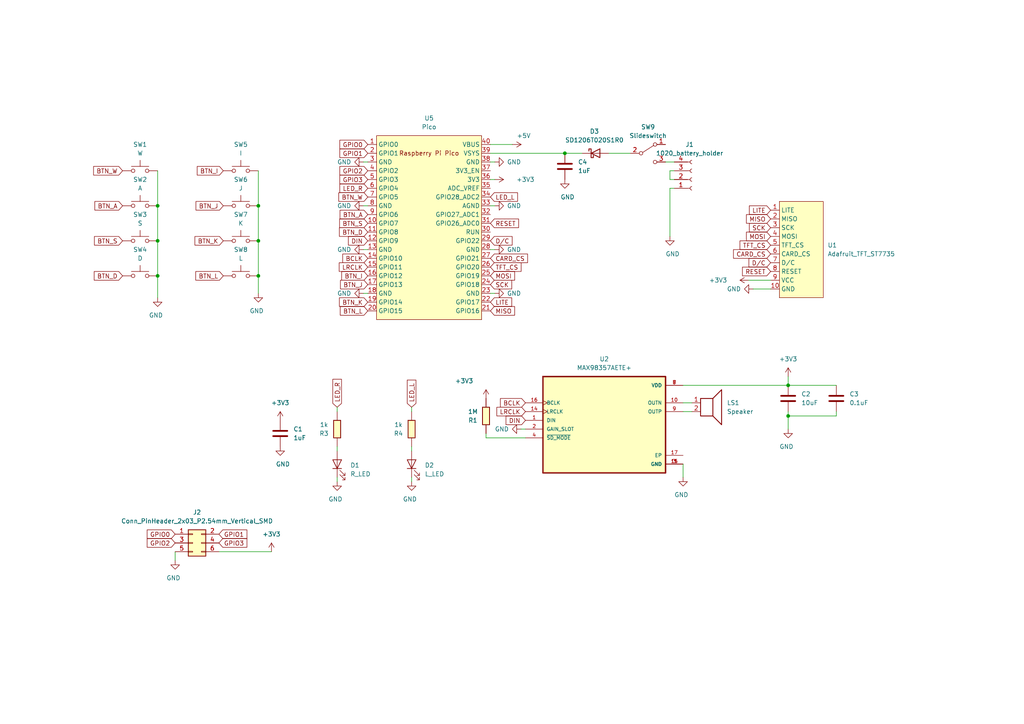
<source format=kicad_sch>
(kicad_sch (version 20211123) (generator eeschema)
  (paper "A4")
  (lib_symbols
    (symbol "Connector:Conn_01x04_Female" (pin_names (offset 1.016) hide)
      (property "Reference" "J" (at 0 5.08 0))
      (property "Value" "Conn_01x04_Female" (at 0 -7.62 0))
      (symbol "Conn_01x04_Female_1_1"
        (arc (start 0 -4.572) (mid -0.508 -5.08) (end 0 -5.588) (stroke (width 0.1524)))
        (arc (start 0 -2.032) (mid -0.508 -2.54) (end 0 -3.048) (stroke (width 0.1524)))
        (polyline (pts (xy -1.27 -5.08) (xy -0.508 -5.08)) (stroke (width 0.1524)))
        (polyline (pts (xy -1.27 -2.54) (xy -0.508 -2.54)) (stroke (width 0.1524)))
        (polyline (pts (xy -1.27 0) (xy -0.508 0)) (stroke (width 0.1524)))
        (polyline (pts (xy -1.27 2.54) (xy -0.508 2.54)) (stroke (width 0.1524)))
        (arc (start 0 0.508) (mid -0.508 0) (end 0 -0.508) (stroke (width 0.1524)))
        (arc (start 0 3.048) (mid -0.508 2.54) (end 0 2.032) (stroke (width 0.1524)))
        (pin passive line (at -5.08 2.54 0) (length 3.81) (name "Pin_1") (number "1"))
        (pin passive line (at -5.08 0 0) (length 3.81) (name "Pin_2") (number "2"))
        (pin passive line (at -5.08 -2.54 0) (length 3.81) (name "Pin_3") (number "3"))
        (pin passive line (at -5.08 -5.08 0) (length 3.81) (name "Pin_4") (number "4"))
      )
    )
    (symbol "Device:D_Schottky" (pin_numbers hide) (pin_names (offset 1.016) hide)
      (property "Reference" "D" (at 0 2.54 0))
      (property "Value" "D_Schottky" (at 0 -2.54 0))
      (symbol "D_Schottky_0_1"
        (polyline (pts (xy 1.27 0) (xy -1.27 0)))
        (polyline (pts (xy 1.27 1.27) (xy 1.27 -1.27) (xy -1.27 0) (xy 1.27 1.27)) (stroke (width 0.254)))
        (polyline (pts (xy -1.905 0.635) (xy -1.905 1.27) (xy -1.27 1.27) (xy -1.27 -1.27) (xy -0.635 -1.27) (xy -0.635 -0.635)) (stroke (width 0.254)))
      )
      (symbol "D_Schottky_1_1"
        (pin passive line (at -3.81 0 0) (length 2.54) (name "K") (number "1"))
        (pin passive line (at 3.81 0 180) (length 2.54) (name "A") (number "2"))
      )
    )
    (symbol "Device:Speaker" (pin_names (offset 0) hide)
      (property "Reference" "LS" (at 1.27 5.715 0))
      (property "Value" "Speaker" (at 1.27 3.81 0))
      (symbol "Speaker_0_0"
        (rectangle (start -2.54 1.27) (end 1.016 -3.81) (stroke (width 0.254)))
        (polyline (pts (xy 1.016 1.27) (xy 3.556 3.81) (xy 3.556 -6.35) (xy 1.016 -3.81)) (stroke (width 0.254)))
      )
      (symbol "Speaker_1_1"
        (pin input line (at -5.08 0 0) (length 2.54) (name "1") (number "1"))
        (pin input line (at -5.08 -2.54 0) (length 2.54) (name "2") (number "2"))
      )
    )
    (symbol "MAX98357AETE_:MAX98357AETE+" (pin_names (offset 1.016))
      (property "Reference" "U" (at -17.8054 13.7414 0))
      (property "Value" "MAX98357AETE+" (at -17.8054 -19.2786 0))
      (symbol "MAX98357AETE+_0_0"
        (rectangle (start -17.78 -15.24) (end 17.78 12.7) (stroke (width 0.4064)) (fill (type background)))
        (pin input line (at -22.86 0 0) (length 5.08) (name "DIN") (number "1"))
        (pin output line (at 22.86 5.08 180) (length 5.08) (name "OUTN") (number "10"))
        (pin power_in line (at 22.86 -12.7 180) (length 5.08) (name "GND") (number "11"))
        (pin input clock (at -22.86 2.54 0) (length 5.08) (name "LRCLK") (number "14"))
        (pin power_in line (at 22.86 -12.7 180) (length 5.08) (name "GND") (number "15"))
        (pin input clock (at -22.86 5.08 0) (length 5.08) (name "BCLK") (number "16"))
        (pin power_in line (at 22.86 -10.16 180) (length 5.08) (name "EP") (number "17"))
        (pin input line (at -22.86 -2.54 0) (length 5.08) (name "GAIN_SLOT") (number "2"))
        (pin power_in line (at 22.86 -12.7 180) (length 5.08) (name "GND") (number "3"))
        (pin input line (at -22.86 -5.08 0) (length 5.08) (name "~{SD_MODE}") (number "4"))
        (pin power_in line (at 22.86 10.16 180) (length 5.08) (name "VDD") (number "7"))
        (pin power_in line (at 22.86 10.16 180) (length 5.08) (name "VDD") (number "8"))
        (pin output line (at 22.86 2.54 180) (length 5.08) (name "OUTP") (number "9"))
      )
    )
    (symbol "MCU_RaspberryPi_and_Boards:Pico"
      (property "Reference" "U5" (at 0 31.75 0))
      (property "Value" "Pico" (at 0 29.21 0))
      (symbol "Pico_0_0"
        (text "Raspberry Pi Pico" (at 0 21.59 0) (effects (font (size 1.27 1.27))))
      )
      (symbol "Pico_0_1"
        (rectangle (start -15.24 26.67) (end 15.24 -26.67) (fill (type background)))
      )
      (symbol "Pico_1_1"
        (pin bidirectional line (at -17.78 24.13 0) (length 2.54) (name "GPIO0") (number "1"))
        (pin bidirectional line (at -17.78 1.27 0) (length 2.54) (name "GPIO7") (number "10"))
        (pin bidirectional line (at -17.78 -1.27 0) (length 2.54) (name "GPIO8") (number "11"))
        (pin bidirectional line (at -17.78 -3.81 0) (length 2.54) (name "GPIO9") (number "12"))
        (pin power_in line (at -17.78 -6.35 0) (length 2.54) (name "GND") (number "13"))
        (pin bidirectional line (at -17.78 -8.89 0) (length 2.54) (name "GPIO10") (number "14"))
        (pin bidirectional line (at -17.78 -11.43 0) (length 2.54) (name "GPIO11") (number "15"))
        (pin bidirectional line (at -17.78 -13.97 0) (length 2.54) (name "GPIO12") (number "16"))
        (pin bidirectional line (at -17.78 -16.51 0) (length 2.54) (name "GPIO13") (number "17"))
        (pin power_in line (at -17.78 -19.05 0) (length 2.54) (name "GND") (number "18"))
        (pin bidirectional line (at -17.78 -21.59 0) (length 2.54) (name "GPIO14") (number "19"))
        (pin bidirectional line (at -17.78 21.59 0) (length 2.54) (name "GPIO1") (number "2"))
        (pin bidirectional line (at -17.78 -24.13 0) (length 2.54) (name "GPIO15") (number "20"))
        (pin bidirectional line (at 17.78 -24.13 180) (length 2.54) (name "GPIO16") (number "21"))
        (pin bidirectional line (at 17.78 -21.59 180) (length 2.54) (name "GPIO17") (number "22"))
        (pin power_in line (at 17.78 -19.05 180) (length 2.54) (name "GND") (number "23"))
        (pin bidirectional line (at 17.78 -16.51 180) (length 2.54) (name "GPIO18") (number "24"))
        (pin bidirectional line (at 17.78 -13.97 180) (length 2.54) (name "GPIO19") (number "25"))
        (pin bidirectional line (at 17.78 -11.43 180) (length 2.54) (name "GPIO20") (number "26"))
        (pin bidirectional line (at 17.78 -8.89 180) (length 2.54) (name "GPIO21") (number "27"))
        (pin power_in line (at 17.78 -6.35 180) (length 2.54) (name "GND") (number "28"))
        (pin bidirectional line (at 17.78 -3.81 180) (length 2.54) (name "GPIO22") (number "29"))
        (pin power_in line (at -17.78 19.05 0) (length 2.54) (name "GND") (number "3"))
        (pin input line (at 17.78 -1.27 180) (length 2.54) (name "RUN") (number "30"))
        (pin bidirectional line (at 17.78 1.27 180) (length 2.54) (name "GPIO26_ADC0") (number "31"))
        (pin bidirectional line (at 17.78 3.81 180) (length 2.54) (name "GPIO27_ADC1") (number "32"))
        (pin power_in line (at 17.78 6.35 180) (length 2.54) (name "AGND") (number "33"))
        (pin bidirectional line (at 17.78 8.89 180) (length 2.54) (name "GPIO28_ADC2") (number "34"))
        (pin power_in line (at 17.78 11.43 180) (length 2.54) (name "ADC_VREF") (number "35"))
        (pin power_in line (at 17.78 13.97 180) (length 2.54) (name "3V3") (number "36"))
        (pin input line (at 17.78 16.51 180) (length 2.54) (name "3V3_EN") (number "37"))
        (pin bidirectional line (at 17.78 19.05 180) (length 2.54) (name "GND") (number "38"))
        (pin power_in line (at 17.78 21.59 180) (length 2.54) (name "VSYS") (number "39"))
        (pin bidirectional line (at -17.78 16.51 0) (length 2.54) (name "GPIO2") (number "4"))
        (pin power_in line (at 17.78 24.13 180) (length 2.54) (name "VBUS") (number "40"))
        (pin bidirectional line (at -17.78 13.97 0) (length 2.54) (name "GPIO3") (number "5"))
        (pin bidirectional line (at -17.78 11.43 0) (length 2.54) (name "GPIO4") (number "6"))
        (pin bidirectional line (at -17.78 8.89 0) (length 2.54) (name "GPIO5") (number "7"))
        (pin power_in line (at -17.78 6.35 0) (length 2.54) (name "GND") (number "8"))
        (pin bidirectional line (at -17.78 3.81 0) (length 2.54) (name "GPIO6") (number "9"))
      )
    )
    (symbol "fab:BUTTON_B3SN" (pin_numbers hide) (pin_names (offset 1.016) hide)
      (property "Reference" "SW" (at 1.27 2.54 0))
      (property "Value" "BUTTON_B3SN" (at 0 -1.524 0))
      (symbol "BUTTON_B3SN_0_1"
        (circle (center -2.032 0) (radius 0.508))
        (polyline (pts (xy 0 1.27) (xy 0 3.048)))
        (polyline (pts (xy 2.54 1.27) (xy -2.54 1.27)))
        (circle (center 2.032 0) (radius 0.508))
        (pin passive line (at -5.08 0 0) (length 2.54) (name "1") (number "1"))
        (pin passive line (at 5.08 0 180) (length 2.54) (name "2") (number "2"))
      )
    )
    (symbol "fab:C" (pin_numbers hide) (pin_names (offset 0.254))
      (property "Reference" "C" (at 0.635 2.54 0))
      (property "Value" "C" (at 0.635 -2.54 0))
      (symbol "C_0_1"
        (polyline (pts (xy -2.032 -0.762) (xy 2.032 -0.762)) (stroke (width 0.508)))
        (polyline (pts (xy -2.032 0.762) (xy 2.032 0.762)) (stroke (width 0.508)))
      )
      (symbol "C_1_1"
        (pin passive line (at 0 3.81 270) (length 2.794) (name "~") (number "1"))
        (pin passive line (at 0 -3.81 90) (length 2.794) (name "~") (number "2"))
      )
    )
    (symbol "fab:Conn_PinHeader_2x03_P2.54mm_Vertical_SMD" (pin_names (offset 1.016) hide)
      (property "Reference" "J" (at 1.27 5.08 0))
      (property "Value" "Conn_PinHeader_2x03_P2.54mm_Vertical_SMD" (at 1.27 -5.08 0))
      (symbol "Conn_PinHeader_2x03_P2.54mm_Vertical_SMD_1_1"
        (rectangle (start -1.27 -2.413) (end 0 -2.667) (stroke (width 0.1524)))
        (rectangle (start -1.27 0.127) (end 0 -0.127) (stroke (width 0.1524)))
        (rectangle (start -1.27 2.667) (end 0 2.413) (stroke (width 0.1524)))
        (rectangle (start -1.27 3.81) (end 3.81 -3.81) (stroke (width 0.254)) (fill (type background)))
        (rectangle (start 3.81 -2.413) (end 2.54 -2.667) (stroke (width 0.1524)))
        (rectangle (start 3.81 0.127) (end 2.54 -0.127) (stroke (width 0.1524)))
        (rectangle (start 3.81 2.667) (end 2.54 2.413) (stroke (width 0.1524)))
        (pin passive line (at -5.08 2.54 0) (length 3.81) (name "Pin_1") (number "1"))
        (pin passive line (at 7.62 2.54 180) (length 3.81) (name "Pin_2") (number "2"))
        (pin passive line (at -5.08 0 0) (length 3.81) (name "Pin_3") (number "3"))
        (pin passive line (at 7.62 0 180) (length 3.81) (name "Pin_4") (number "4"))
        (pin passive line (at -5.08 -2.54 0) (length 3.81) (name "Pin_5") (number "5"))
        (pin passive line (at 7.62 -2.54 180) (length 3.81) (name "Pin_6") (number "6"))
      )
    )
    (symbol "fab:LED_1206" (pin_numbers hide) (pin_names (offset 1.016) hide)
      (property "Reference" "D" (at 0 2.54 0))
      (property "Value" "LED_1206" (at 0 -2.54 0))
      (symbol "LED_1206_0_1"
        (polyline (pts (xy -1.27 -1.27) (xy -1.27 1.27)) (stroke (width 0.2032)))
        (polyline (pts (xy -1.27 0) (xy 1.27 0)))
        (polyline (pts (xy 1.27 -1.27) (xy 1.27 1.27) (xy -1.27 0) (xy 1.27 -1.27)) (stroke (width 0.2032)))
        (polyline (pts (xy -3.048 -0.762) (xy -4.572 -2.286) (xy -3.81 -2.286) (xy -4.572 -2.286) (xy -4.572 -1.524)))
        (polyline (pts (xy -1.778 -0.762) (xy -3.302 -2.286) (xy -2.54 -2.286) (xy -3.302 -2.286) (xy -3.302 -1.524)))
      )
      (symbol "LED_1206_1_1"
        (pin passive line (at -3.81 0 0) (length 2.54) (name "K") (number "1"))
        (pin passive line (at 3.81 0 180) (length 2.54) (name "A") (number "2"))
      )
    )
    (symbol "fab:Power_+3V3" (power) (pin_names (offset 0))
      (property "Value" "Power_+3V3" (at 0 3.556 0))
      (symbol "Power_+3V3_0_1"
        (polyline (pts (xy -0.762 1.27) (xy 0 2.54)))
        (polyline (pts (xy 0 0) (xy 0 2.54)))
        (polyline (pts (xy 0 2.54) (xy 0.762 1.27)))
      )
      (symbol "Power_+3V3_1_1"
        (pin power_in line (at 0 0 90) (length 0) hide (name "+3V3") (number "1"))
      )
    )
    (symbol "fab:Power_+5V" (power) (pin_names (offset 0))
      (property "Value" "Power_+5V" (at 0 3.556 0))
      (symbol "Power_+5V_0_1"
        (polyline (pts (xy -0.762 1.27) (xy 0 2.54)))
        (polyline (pts (xy 0 0) (xy 0 2.54)))
        (polyline (pts (xy 0 2.54) (xy 0.762 1.27)))
      )
      (symbol "Power_+5V_1_1"
        (pin power_in line (at 0 0 90) (length 0) hide (name "+5V") (number "1"))
      )
    )
    (symbol "fab:Power_GND" (power) (pin_names (offset 0))
      (property "Value" "Power_GND" (at 0 -3.81 0))
      (symbol "Power_GND_0_1"
        (polyline (pts (xy 0 0) (xy 0 -1.27) (xy 1.27 -1.27) (xy 0 -2.54) (xy -1.27 -1.27) (xy 0 -1.27)))
      )
      (symbol "Power_GND_1_1"
        (pin power_in line (at 0 0 270) (length 0) hide (name "GND") (number "1"))
      )
    )
    (symbol "fab:R_1206" (pin_numbers hide) (pin_names (offset 0))
      (property "Reference" "R" (at 2.54 0 90))
      (property "Value" "R_1206" (at -2.54 0 90))
      (symbol "R_1206_0_1"
        (rectangle (start -1.016 -2.54) (end 1.016 2.54) (stroke (width 0.254)) (fill (type background)))
      )
      (symbol "R_1206_1_1"
        (pin passive line (at 0 5.08 270) (length 2.54) (name "~") (number "1"))
        (pin passive line (at 0 -5.08 90) (length 2.54) (name "~") (number "2"))
      )
    )
    (symbol "fab:SWITCH_AYZ0102AGRLC" (pin_names (offset 0) hide)
      (property "Reference" "SW" (at 0 4.318 0))
      (property "Value" "SWITCH_AYZ0102AGRLC" (at 0 -5.08 0))
      (symbol "SWITCH_AYZ0102AGRLC_0_0"
        (circle (center -2.032 0) (radius 0.508))
        (circle (center 2.032 -2.54) (radius 0.508))
      )
      (symbol "SWITCH_AYZ0102AGRLC_0_1"
        (polyline (pts (xy -1.524 0.254) (xy 1.651 2.286)))
        (circle (center 2.032 2.54) (radius 0.508))
      )
      (symbol "SWITCH_AYZ0102AGRLC_1_1"
        (pin passive line (at 5.08 2.54 180) (length 2.54) (name "A") (number "1"))
        (pin passive line (at -5.08 0 0) (length 2.54) (name "B") (number "2"))
        (pin passive line (at 5.08 -2.54 180) (length 2.54) (name "C") (number "3"))
      )
    )
    (symbol "fab_custom:Adafruit_TFT_ST7735"
      (property "Reference" "U1" (at 7.62 1.2701 0))
      (property "Value" "Adafruit_TFT_ST7735" (at 7.62 -1.2699 0))
      (symbol "Adafruit_TFT_ST7735_0_1"
        (rectangle (start -6.35 13.97) (end 6.35 -13.97) (fill (type background)))
      )
      (symbol "Adafruit_TFT_ST7735_1_1"
        (pin input line (at -8.89 11.43 0) (length 2.54) (name "LITE") (number "1"))
        (pin power_in line (at -8.89 -11.43 0) (length 2.54) (name "GND") (number "10"))
        (pin output line (at -8.89 8.89 0) (length 2.54) (name "MISO") (number "2"))
        (pin input line (at -8.89 6.35 0) (length 2.54) (name "SCK") (number "3"))
        (pin input line (at -8.89 3.81 0) (length 2.54) (name "MOSI") (number "4"))
        (pin input line (at -8.89 1.27 0) (length 2.54) (name "TFT_CS") (number "5"))
        (pin input line (at -8.89 -1.27 0) (length 2.54) (name "CARD_CS") (number "6"))
        (pin input line (at -8.89 -3.81 0) (length 2.54) (name "D/C") (number "7"))
        (pin input line (at -8.89 -6.35 0) (length 2.54) (name "RESET") (number "8"))
        (pin power_in line (at -8.89 -8.89 0) (length 2.54) (name "VCC") (number "9"))
      )
    )
  )
  (junction (at 228.6 111.76))
  (junction (at 163.83 44.45))
  (junction (at 228.6 120.65))
  (junction (at 74.93 69.85))
  (junction (at 45.72 59.69))
  (junction (at 45.72 69.85))
  (junction (at 74.93 80.01))
  (junction (at 74.93 59.69))
  (junction (at 45.72 80.01))
  (wire (pts (xy 242.57 120.65) (xy 242.57 119.38)))
  (wire (pts (xy 168.91 44.45) (xy 163.83 44.45)))
  (wire (pts (xy 45.72 69.85) (xy 45.72 80.01)))
  (wire (pts (xy 143.51 46.99) (xy 142.24 46.99)))
  (wire (pts (xy 105.41 46.99) (xy 106.68 46.99)))
  (wire (pts (xy 50.8 162.56) (xy 50.8 160.02)))
  (wire (pts (xy 105.41 85.09) (xy 106.68 85.09)))
  (wire (pts (xy 217.17 81.28) (xy 223.52 81.28)))
  (wire (pts (xy 105.41 72.39) (xy 106.68 72.39)))
  (wire (pts (xy 74.93 59.69) (xy 74.93 69.85)))
  (wire (pts (xy 194.31 52.07) (xy 194.31 49.53)))
  (wire (pts (xy 97.79 118.11) (xy 97.79 119.38)))
  (wire (pts (xy 151.13 124.46) (xy 152.4 124.46)))
  (wire (pts (xy 74.93 69.85) (xy 74.93 80.01)))
  (wire (pts (xy 119.38 118.11) (xy 119.38 119.38)))
  (wire (pts (xy 228.6 111.76) (xy 198.12 111.76)))
  (wire (pts (xy 228.6 109.22) (xy 228.6 111.76)))
  (wire (pts (xy 143.51 85.09) (xy 142.24 85.09)))
  (wire (pts (xy 152.4 127) (xy 140.97 127)))
  (wire (pts (xy 45.72 80.01) (xy 45.72 86.36)))
  (wire (pts (xy 97.79 139.7) (xy 97.79 138.43)))
  (wire (pts (xy 194.31 49.53) (xy 195.58 49.53)))
  (wire (pts (xy 105.41 59.69) (xy 106.68 59.69)))
  (wire (pts (xy 228.6 119.38) (xy 228.6 120.65)))
  (wire (pts (xy 119.38 129.54) (xy 119.38 130.81)))
  (wire (pts (xy 78.74 160.02) (xy 63.5 160.02)))
  (wire (pts (xy 74.93 80.01) (xy 74.93 85.09)))
  (wire (pts (xy 143.51 52.07) (xy 142.24 52.07)))
  (wire (pts (xy 228.6 120.65) (xy 228.6 124.46)))
  (wire (pts (xy 200.66 119.38) (xy 198.12 119.38)))
  (wire (pts (xy 200.66 116.84) (xy 198.12 116.84)))
  (wire (pts (xy 97.79 129.54) (xy 97.79 130.81)))
  (wire (pts (xy 45.72 59.69) (xy 45.72 69.85)))
  (wire (pts (xy 45.72 49.53) (xy 45.72 59.69)))
  (wire (pts (xy 195.58 52.07) (xy 194.31 52.07)))
  (wire (pts (xy 195.58 54.61) (xy 194.31 54.61)))
  (wire (pts (xy 143.51 59.69) (xy 142.24 59.69)))
  (wire (pts (xy 218.44 83.82) (xy 223.52 83.82)))
  (wire (pts (xy 193.04 46.99) (xy 195.58 46.99)))
  (wire (pts (xy 148.59 41.91) (xy 142.24 41.91)))
  (wire (pts (xy 194.31 54.61) (xy 194.31 68.58)))
  (wire (pts (xy 143.51 72.39) (xy 142.24 72.39)))
  (wire (pts (xy 198.12 138.43) (xy 198.12 134.62)))
  (wire (pts (xy 119.38 139.7) (xy 119.38 138.43)))
  (wire (pts (xy 228.6 111.76) (xy 242.57 111.76)))
  (wire (pts (xy 142.24 44.45) (xy 163.83 44.45)))
  (wire (pts (xy 74.93 49.53) (xy 74.93 59.69)))
  (wire (pts (xy 176.53 44.45) (xy 182.88 44.45)))
  (wire (pts (xy 140.97 127) (xy 140.97 125.73)))
  (wire (pts (xy 228.6 120.65) (xy 242.57 120.65)))
  (global_label "BTN_W" (shape input) (at 35.56 49.53 180) (property "Intersheet References" "${INTERSHEET_REFS}" (effects hide)))
  (global_label "GPIO3" (shape input) (at 63.5 157.48 0) (property "Intersheet References" "${INTERSHEET_REFS}" (effects hide)))
  (global_label "BTN_I" (shape input) (at 106.68 80.01 180) (property "Intersheet References" "${INTERSHEET_REFS}" (effects hide)))
  (global_label "BTN_A" (shape input) (at 35.56 59.69 180) (property "Intersheet References" "${INTERSHEET_REFS}" (effects hide)))
  (global_label "LED_L" (shape input) (at 142.24 57.15 0) (property "Intersheet References" "${INTERSHEET_REFS}" (effects hide)))
  (global_label "D{slash}C" (shape input) (at 223.52 76.2 180) (property "Intersheet References" "${INTERSHEET_REFS}" (effects hide)))
  (global_label "BTN_W" (shape input) (at 106.68 57.15 180) (property "Intersheet References" "${INTERSHEET_REFS}" (effects hide)))
  (global_label "CARD_CS" (shape input) (at 223.52 73.66 180) (property "Intersheet References" "${INTERSHEET_REFS}" (effects hide)))
  (global_label "LED_L" (shape input) (at 119.38 118.11 90) (property "Intersheet References" "${INTERSHEET_REFS}" (effects hide)))
  (global_label "BTN_L" (shape input) (at 64.77 80.01 180) (property "Intersheet References" "${INTERSHEET_REFS}" (effects hide)))
  (global_label "BTN_J" (shape input) (at 106.68 82.55 180) (property "Intersheet References" "${INTERSHEET_REFS}" (effects hide)))
  (global_label "MISO" (shape input) (at 223.52 63.5 180) (property "Intersheet References" "${INTERSHEET_REFS}" (effects hide)))
  (global_label "BTN_D" (shape input) (at 35.56 80.01 180) (property "Intersheet References" "${INTERSHEET_REFS}" (effects hide)))
  (global_label "LED_R" (shape input) (at 106.68 54.61 180) (property "Intersheet References" "${INTERSHEET_REFS}" (effects hide)))
  (global_label "MOSI" (shape input) (at 223.52 68.58 180) (property "Intersheet References" "${INTERSHEET_REFS}" (effects hide)))
  (global_label "GPIO1" (shape input) (at 63.5 154.94 0) (property "Intersheet References" "${INTERSHEET_REFS}" (effects hide)))
  (global_label "BTN_A" (shape input) (at 106.68 62.23 180) (property "Intersheet References" "${INTERSHEET_REFS}" (effects hide)))
  (global_label "LITE" (shape input) (at 142.24 87.63 0) (property "Intersheet References" "${INTERSHEET_REFS}" (effects hide)))
  (global_label "BCLK" (shape input) (at 106.68 74.93 180) (property "Intersheet References" "${INTERSHEET_REFS}" (effects hide)))
  (global_label "DIN" (shape input) (at 106.68 69.85 180) (property "Intersheet References" "${INTERSHEET_REFS}" (effects hide)))
  (global_label "LED_R" (shape input) (at 97.79 118.11 90) (property "Intersheet References" "${INTERSHEET_REFS}" (effects hide)))
  (global_label "MOSI" (shape input) (at 142.24 80.01 0) (property "Intersheet References" "${INTERSHEET_REFS}" (effects hide)))
  (global_label "LRCLK" (shape input) (at 106.68 77.47 180) (property "Intersheet References" "${INTERSHEET_REFS}" (effects hide)))
  (global_label "SCK" (shape input) (at 142.24 82.55 0) (property "Intersheet References" "${INTERSHEET_REFS}" (effects hide)))
  (global_label "BTN_I" (shape input) (at 64.77 49.53 180) (property "Intersheet References" "${INTERSHEET_REFS}" (effects hide)))
  (global_label "BTN_J" (shape input) (at 64.77 59.69 180) (property "Intersheet References" "${INTERSHEET_REFS}" (effects hide)))
  (global_label "TFT_CS" (shape input) (at 223.52 71.12 180) (property "Intersheet References" "${INTERSHEET_REFS}" (effects hide)))
  (global_label "BTN_S" (shape input) (at 106.68 64.77 180) (property "Intersheet References" "${INTERSHEET_REFS}" (effects hide)))
  (global_label "GPIO0" (shape input) (at 106.68 41.91 180) (property "Intersheet References" "${INTERSHEET_REFS}" (effects hide)))
  (global_label "RESET" (shape input) (at 223.52 78.74 180) (property "Intersheet References" "${INTERSHEET_REFS}" (effects hide)))
  (global_label "GPIO2" (shape input) (at 50.8 157.48 180) (property "Intersheet References" "${INTERSHEET_REFS}" (effects hide)))
  (global_label "TFT_CS" (shape input) (at 142.24 77.47 0) (property "Intersheet References" "${INTERSHEET_REFS}" (effects hide)))
  (global_label "MISO" (shape input) (at 142.24 90.17 0) (property "Intersheet References" "${INTERSHEET_REFS}" (effects hide)))
  (global_label "D{slash}C" (shape input) (at 142.24 69.85 0) (property "Intersheet References" "${INTERSHEET_REFS}" (effects hide)))
  (global_label "LRCLK" (shape input) (at 152.4 119.38 180) (property "Intersheet References" "${INTERSHEET_REFS}" (effects hide)))
  (global_label "GPIO1" (shape input) (at 106.68 44.45 180) (property "Intersheet References" "${INTERSHEET_REFS}" (effects hide)))
  (global_label "LITE" (shape input) (at 223.52 60.96 180) (property "Intersheet References" "${INTERSHEET_REFS}" (effects hide)))
  (global_label "GPIO3" (shape input) (at 106.68 52.07 180) (property "Intersheet References" "${INTERSHEET_REFS}" (effects hide)))
  (global_label "GPIO2" (shape input) (at 106.68 49.53 180) (property "Intersheet References" "${INTERSHEET_REFS}" (effects hide)))
  (global_label "BTN_K" (shape input) (at 106.68 87.63 180) (property "Intersheet References" "${INTERSHEET_REFS}" (effects hide)))
  (global_label "BTN_L" (shape input) (at 106.68 90.17 180) (property "Intersheet References" "${INTERSHEET_REFS}" (effects hide)))
  (global_label "SCK" (shape input) (at 223.52 66.04 180) (property "Intersheet References" "${INTERSHEET_REFS}" (effects hide)))
  (global_label "BCLK" (shape input) (at 152.4 116.84 180) (property "Intersheet References" "${INTERSHEET_REFS}" (effects hide)))
  (global_label "DIN" (shape input) (at 152.4 121.92 180) (property "Intersheet References" "${INTERSHEET_REFS}" (effects hide)))
  (global_label "CARD_CS" (shape input) (at 142.24 74.93 0) (property "Intersheet References" "${INTERSHEET_REFS}" (effects hide)))
  (global_label "RESET" (shape input) (at 142.24 64.77 0) (property "Intersheet References" "${INTERSHEET_REFS}" (effects hide)))
  (global_label "BTN_K" (shape input) (at 64.77 69.85 180) (property "Intersheet References" "${INTERSHEET_REFS}" (effects hide)))
  (global_label "GPIO0" (shape input) (at 50.8 154.94 180) (property "Intersheet References" "${INTERSHEET_REFS}" (effects hide)))
  (global_label "BTN_S" (shape input) (at 35.56 69.85 180) (property "Intersheet References" "${INTERSHEET_REFS}" (effects hide)))
  (global_label "BTN_D" (shape input) (at 106.68 67.31 180) (property "Intersheet References" "${INTERSHEET_REFS}" (effects hide)))
  (symbol (lib_id "fab:Power_GND") (at 105.41 59.69 270) (unit 1)
    (property "Reference" "#PWR0105" (effects hide))
    (property "Value" "GND" (at 97.79 59.69 90) (effects (justify left)))
  )
  (symbol (lib_id "fab:Power_GND") (at 143.51 72.39 90) (unit 1)
    (property "Reference" "#PWR0102" (effects hide))
    (property "Value" "GND" (at 151.13 72.39 90) (effects (justify left)))
  )
  (symbol (lib_id "fab:Power_+3V3") (at 228.6 109.22 0) (unit 1)
    (property "Reference" "#PWR0117" (effects hide))
    (property "Value" "Power_+3V3" (at 228.6 104.14 0))
  )
  (symbol (lib_id "fab:Power_GND") (at 228.6 124.46 0) (unit 1)
    (property "Reference" "#PWR0124" (effects hide))
    (property "Value" "GND" (at 226.06 129.54 0) (effects (justify left)))
  )
  (symbol (lib_id "fab:C") (at 163.83 48.26 0) (unit 1)
    (property "Reference" "C4" (at 167.64 46.9899 0) (effects (justify left)))
    (property "Value" "1uF" (at 167.64 49.5299 0) (effects (justify left)))
    (property "Footprint" "fab:C_1206" (effects hide))
  )
  (symbol (lib_id "fab:BUTTON_B3SN") (at 40.64 49.53 0) (unit 1)
    (property "Reference" "SW1" (at 40.64 41.91 0))
    (property "Value" "W" (at 40.64 44.45 0))
    (property "Footprint" "Button_Switch_THT:SW_PUSH-12mm_Wuerth-430476085716" (effects hide))
    (property "Datasheet" "https://omronfs.omron.com/en_US/ecb/products/pdf/en-b3sn.pdf" (effects hide))
  )
  (symbol (lib_id "fab:Power_GND") (at 45.72 86.36 0) (unit 1)
    (property "Reference" "#PWR0114" (effects hide))
    (property "Value" "GND" (at 43.18 91.44 0) (effects (justify left)))
  )
  (symbol (lib_id "fab:Power_GND") (at 105.41 72.39 270) (unit 1)
    (property "Reference" "#PWR0109" (effects hide))
    (property "Value" "GND" (at 97.79 72.39 90) (effects (justify left)))
  )
  (symbol (lib_id "fab:Power_+3V3") (at 217.17 81.28 90) (unit 1)
    (property "Reference" "#PWR0123" (effects hide))
    (property "Value" "Power_+3V3" (at 208.28 81.28 90))
  )
  (symbol (lib_id "fab:Power_+3V3") (at 78.74 160.02 0) (unit 1)
    (property "Reference" "#PWR0125" (effects hide))
    (property "Value" "Power_+3V3" (at 78.74 154.94 0))
  )
  (symbol (lib_id "fab:SWITCH_AYZ0102AGRLC") (at 187.96 44.45 0) (unit 1)
    (property "Reference" "SW9" (at 187.96 36.83 0))
    (property "Value" "Slideswitch" (at 187.96 39.37 0))
    (property "Footprint" "slideSWSMD:slideswitchCK" (effects hide))
    (property "Datasheet" "https://www.ckswitches.com/media/1431/ayz.pdf" (effects hide))
  )
  (symbol (lib_id "fab:Power_+3V3") (at 81.28 121.92 0) (unit 1)
    (property "Reference" "#PWR0118" (effects hide))
    (property "Value" "Power_+3V3" (at 81.28 116.84 0))
  )
  (symbol (lib_id "fab:Power_GND") (at 194.31 68.58 0) (unit 1)
    (property "Reference" "#PWR0106" (effects hide))
    (property "Value" "GND" (at 193.04 73.66 0) (effects (justify left)))
  )
  (symbol (lib_id "Connector:Conn_01x04_Female") (at 200.66 52.07 0) (mirror x) (unit 1)
    (property "Reference" "J1" (at 200.025 41.91 0))
    (property "Value" "1020_battery_holder" (at 200.025 44.45 0))
    (property "Footprint" "local:1022" (effects hide))
  )
  (symbol (lib_id "fab:R_1206") (at 119.38 124.46 0) (unit 1)
    (property "Reference" "R4" (at 115.57 125.73 0))
    (property "Value" "1k" (at 115.57 123.19 0))
    (property "Footprint" "fab:R_1206" (effects hide))
  )
  (symbol (lib_id "MAX98357AETE_:MAX98357AETE+") (at 175.26 121.92 0) (unit 1)
    (property "Reference" "U2" (at 175.26 104.14 0))
    (property "Value" "MAX98357AETE+" (at 175.26 106.68 0))
    (property "Footprint" "local:QFN50P300X300X80-17N" (effects hide))
    (property "MP" "MAX98357AETE+" (effects hide))
    (property "DESCRIPTION" "Audio Amp Speaker 1-CH Mono Class-D 16-Pin TQFN EP" (effects hide))
    (property "MANUFACTURER" "Maxim Integrated" (effects hide))
    (property "PACKAGE" "TQFN-16 Maxim Integrated" (effects hide))
    (property "STANDARD" "IPC7351B" (effects hide))
    (property "PRICE" "None" (effects hide))
  )
  (symbol (lib_id "fab:Power_GND") (at 143.51 59.69 90) (unit 1)
    (property "Reference" "#PWR0103" (effects hide))
    (property "Value" "GND" (at 151.13 59.69 90) (effects (justify left)))
  )
  (symbol (lib_id "fab:C") (at 228.6 115.57 0) (unit 1)
    (property "Reference" "C2" (at 232.41 114.2999 0) (effects (justify left)))
    (property "Value" "10uF" (at 232.41 116.8399 0) (effects (justify left)))
    (property "Footprint" "fab:C_1206" (effects hide))
  )
  (symbol (lib_id "fab:BUTTON_B3SN") (at 69.85 69.85 0) (unit 1)
    (property "Reference" "SW7" (at 69.85 62.23 0))
    (property "Value" "K" (at 69.85 64.77 0))
    (property "Footprint" "Button_Switch_THT:SW_PUSH-12mm_Wuerth-430476085716" (effects hide))
    (property "Datasheet" "https://omronfs.omron.com/en_US/ecb/products/pdf/en-b3sn.pdf" (effects hide))
  )
  (symbol (lib_id "fab:R_1206") (at 97.79 124.46 0) (unit 1)
    (property "Reference" "R3" (at 93.98 125.73 0))
    (property "Value" "1k" (at 93.98 123.19 0))
    (property "Footprint" "fab:R_1206" (effects hide))
  )
  (symbol (lib_id "fab:LED_1206") (at 119.38 134.62 90) (unit 1)
    (property "Reference" "D2" (at 123.19 134.9501 90) (effects (justify right)))
    (property "Value" "L_LED" (at 123.19 137.4901 90) (effects (justify right)))
    (property "Footprint" "fab:LED_1206" (effects hide))
    (property "Datasheet" "https://optoelectronics.liteon.com/upload/download/DS-22-98-0002/LTST-C150CKT.pdf" (effects hide))
  )
  (symbol (lib_id "fab:Power_GND") (at 50.8 162.56 0) (unit 1)
    (property "Reference" "#PWR0115" (effects hide))
    (property "Value" "GND" (at 48.26 167.64 0) (effects (justify left)))
  )
  (symbol (lib_id "fab:LED_1206") (at 97.79 134.62 90) (unit 1)
    (property "Reference" "D1" (at 101.6 134.9501 90) (effects (justify right)))
    (property "Value" "R_LED" (at 101.6 137.4901 90) (effects (justify right)))
    (property "Footprint" "fab:LED_1206" (effects hide))
    (property "Datasheet" "https://optoelectronics.liteon.com/upload/download/DS-22-98-0002/LTST-C150CKT.pdf" (effects hide))
  )
  (symbol (lib_id "fab:Power_+3V3") (at 140.97 115.57 0) (unit 1)
    (property "Reference" "#PWR0122" (effects hide))
    (property "Value" "Power_+3V3" (at 134.62 110.49 0))
  )
  (symbol (lib_id "fab:Power_GND") (at 119.38 139.7 0) (unit 1)
    (property "Reference" "#PWR0133" (effects hide))
    (property "Value" "GND" (at 116.84 144.78 0) (effects (justify left)))
  )
  (symbol (lib_id "MCU_RaspberryPi_and_Boards:Pico") (at 124.46 66.04 0) (unit 1)
    (property "Reference" "U5" (at 124.46 34.29 0))
    (property "Value" "Pico" (at 124.46 36.83 0))
    (property "Footprint" "fab:RPi_Pico_SMD_TH_mod" (effects hide))
  )
  (symbol (lib_id "fab:Power_GND") (at 81.28 129.54 0) (unit 1)
    (property "Reference" "#PWR0119" (effects hide))
    (property "Value" "GND" (at 80.01 134.62 0) (effects (justify left)))
  )
  (symbol (lib_id "Device:D_Schottky") (at 172.72 44.45 0) (unit 1)
    (property "Reference" "D3" (at 172.4025 38.1 0))
    (property "Value" "SD1206T020S1R0" (at 172.4025 40.64 0))
    (property "Footprint" "fab:Diode_Schotky_100V_1A_Mini_SMA" (effects hide))
  )
  (symbol (lib_id "fab:Power_GND") (at 74.93 85.09 0) (unit 1)
    (property "Reference" "#PWR0113" (effects hide))
    (property "Value" "GND" (at 72.39 90.17 0) (effects (justify left)))
  )
  (symbol (lib_id "fab:C") (at 242.57 115.57 0) (unit 1)
    (property "Reference" "C3" (at 246.38 114.2999 0) (effects (justify left)))
    (property "Value" "0.1uF" (at 246.38 116.8399 0) (effects (justify left)))
    (property "Footprint" "fab:C_1206" (effects hide))
  )
  (symbol (lib_id "fab:Power_+5V") (at 148.59 41.91 270) (unit 1)
    (property "Reference" "#PWR0116" (effects hide))
    (property "Value" "Power_+5V" (at 149.86 39.37 90) (effects (justify left)))
  )
  (symbol (lib_id "fab:BUTTON_B3SN") (at 40.64 59.69 0) (unit 1)
    (property "Reference" "SW2" (at 40.64 52.07 0))
    (property "Value" "A" (at 40.64 54.61 0))
    (property "Footprint" "Button_Switch_THT:SW_PUSH-12mm_Wuerth-430476085716" (effects hide))
    (property "Datasheet" "https://omronfs.omron.com/en_US/ecb/products/pdf/en-b3sn.pdf" (effects hide))
  )
  (symbol (lib_id "fab:Power_GND") (at 97.79 139.7 0) (unit 1)
    (property "Reference" "#PWR0132" (effects hide))
    (property "Value" "GND" (at 95.25 144.78 0) (effects (justify left)))
  )
  (symbol (lib_id "fab:Power_GND") (at 151.13 124.46 270) (unit 1)
    (property "Reference" "#PWR0120" (effects hide))
    (property "Value" "GND" (at 143.51 124.46 90) (effects (justify left)))
  )
  (symbol (lib_id "fab:Power_GND") (at 143.51 46.99 90) (unit 1)
    (property "Reference" "#PWR0108" (effects hide))
    (property "Value" "GND" (at 151.13 46.99 90) (effects (justify left)))
  )
  (symbol (lib_id "fab:Power_GND") (at 105.41 46.99 270) (unit 1)
    (property "Reference" "#PWR0111" (effects hide))
    (property "Value" "GND" (at 97.79 46.99 90) (effects (justify left)))
  )
  (symbol (lib_id "fab:BUTTON_B3SN") (at 69.85 49.53 0) (unit 1)
    (property "Reference" "SW5" (at 69.85 41.91 0))
    (property "Value" "I" (at 69.85 44.45 0))
    (property "Footprint" "Button_Switch_THT:SW_PUSH-12mm_Wuerth-430476085716" (effects hide))
    (property "Datasheet" "https://omronfs.omron.com/en_US/ecb/products/pdf/en-b3sn.pdf" (effects hide))
  )
  (symbol (lib_id "Device:Speaker") (at 205.74 116.84 0) (unit 1)
    (property "Reference" "LS1" (at 210.82 116.8399 0) (effects (justify left)))
    (property "Value" "Speaker" (at 210.82 119.3799 0) (effects (justify left)))
    (property "Footprint" "fab:CVS-1508" (effects hide))
  )
  (symbol (lib_id "fab:Power_+3V3") (at 143.51 52.07 270) (unit 1)
    (property "Reference" "#PWR0101" (effects hide))
    (property "Value" "Power_+3V3" (at 152.4 52.07 90))
  )
  (symbol (lib_id "fab:R_1206") (at 140.97 120.65 0) (unit 1)
    (property "Reference" "R1" (at 137.16 121.92 0))
    (property "Value" "1M" (at 137.16 119.38 0))
    (property "Footprint" "fab:R_1206" (effects hide))
  )
  (symbol (lib_id "fab_custom:Adafruit_TFT_ST7735") (at 232.41 72.39 0) (unit 1)
    (property "Reference" "U1" (at 240.03 71.1199 0) (effects (justify left)))
    (property "Value" "Adafruit_TFT_ST7735" (at 240.03 73.6599 0) (effects (justify left)))
    (property "Footprint" "fab:TFT_ST7735" (effects hide))
  )
  (symbol (lib_id "fab:Power_GND") (at 218.44 83.82 270) (unit 1)
    (property "Reference" "#PWR0104" (effects hide))
    (property "Value" "GND" (at 210.82 83.82 90) (effects (justify left)))
  )
  (symbol (lib_id "fab:Power_GND") (at 198.12 138.43 0) (unit 1)
    (property "Reference" "#PWR0121" (effects hide))
    (property "Value" "GND" (at 195.58 143.51 0) (effects (justify left)))
  )
  (symbol (lib_id "fab:BUTTON_B3SN") (at 40.64 69.85 0) (unit 1)
    (property "Reference" "SW3" (at 40.64 62.23 0))
    (property "Value" "S" (at 40.64 64.77 0))
    (property "Footprint" "Button_Switch_THT:SW_PUSH-12mm_Wuerth-430476085716" (effects hide))
    (property "Datasheet" "https://omronfs.omron.com/en_US/ecb/products/pdf/en-b3sn.pdf" (effects hide))
  )
  (symbol (lib_id "fab:Conn_PinHeader_2x03_P2.54mm_Vertical_SMD") (at 55.88 157.48 0) (unit 1)
    (property "Reference" "J2" (at 57.15 148.59 0))
    (property "Value" "Conn_PinHeader_2x03_P2.54mm_Vertical_SMD" (at 57.15 151.13 0))
    (property "Footprint" "fab:PinHeader_2x03_P2.54mm_Vertical_SMD" (effects hide))
    (property "Datasheet" "https://cdn.amphenol-icc.com/media/wysiwyg/files/drawing/95278.pdf" (effects hide))
  )
  (symbol (lib_id "fab:Power_GND") (at 163.83 52.07 0) (unit 1)
    (property "Reference" "#PWR0112" (effects hide))
    (property "Value" "GND" (at 162.56 57.15 0) (effects (justify left)))
  )
  (symbol (lib_id "fab:BUTTON_B3SN") (at 69.85 80.01 0) (unit 1)
    (property "Reference" "SW8" (at 69.85 72.39 0))
    (property "Value" "L" (at 69.85 74.93 0))
    (property "Footprint" "Button_Switch_THT:SW_PUSH-12mm_Wuerth-430476085716" (effects hide))
    (property "Datasheet" "https://omronfs.omron.com/en_US/ecb/products/pdf/en-b3sn.pdf" (effects hide))
  )
  (symbol (lib_id "fab:Power_GND") (at 105.41 85.09 270) (unit 1)
    (property "Reference" "#PWR0107" (effects hide))
    (property "Value" "GND" (at 97.79 85.09 90) (effects (justify left)))
  )
  (symbol (lib_id "fab:BUTTON_B3SN") (at 69.85 59.69 0) (unit 1)
    (property "Reference" "SW6" (at 69.85 52.07 0))
    (property "Value" "J" (at 69.85 54.61 0))
    (property "Footprint" "Button_Switch_THT:SW_PUSH-12mm_Wuerth-430476085716" (effects hide))
    (property "Datasheet" "https://omronfs.omron.com/en_US/ecb/products/pdf/en-b3sn.pdf" (effects hide))
  )
  (symbol (lib_id "fab:C") (at 81.28 125.73 0) (unit 1)
    (property "Reference" "C1" (at 85.09 124.4599 0) (effects (justify left)))
    (property "Value" "1uF" (at 85.09 126.9999 0) (effects (justify left)))
    (property "Footprint" "fab:C_1206" (effects hide))
  )
  (symbol (lib_id "fab:Power_GND") (at 143.51 85.09 90) (unit 1)
    (property "Reference" "#PWR0110" (effects hide))
    (property "Value" "GND" (at 151.13 85.09 90) (effects (justify left)))
  )
  (symbol (lib_id "fab:BUTTON_B3SN") (at 40.64 80.01 0) (unit 1)
    (property "Reference" "SW4" (at 40.64 72.39 0))
    (property "Value" "D" (at 40.64 74.93 0))
    (property "Footprint" "Button_Switch_THT:SW_PUSH-12mm_Wuerth-430476085716" (effects hide))
    (property "Datasheet" "https://omronfs.omron.com/en_US/ecb/products/pdf/en-b3sn.pdf" (effects hide))
  )
)
</source>
